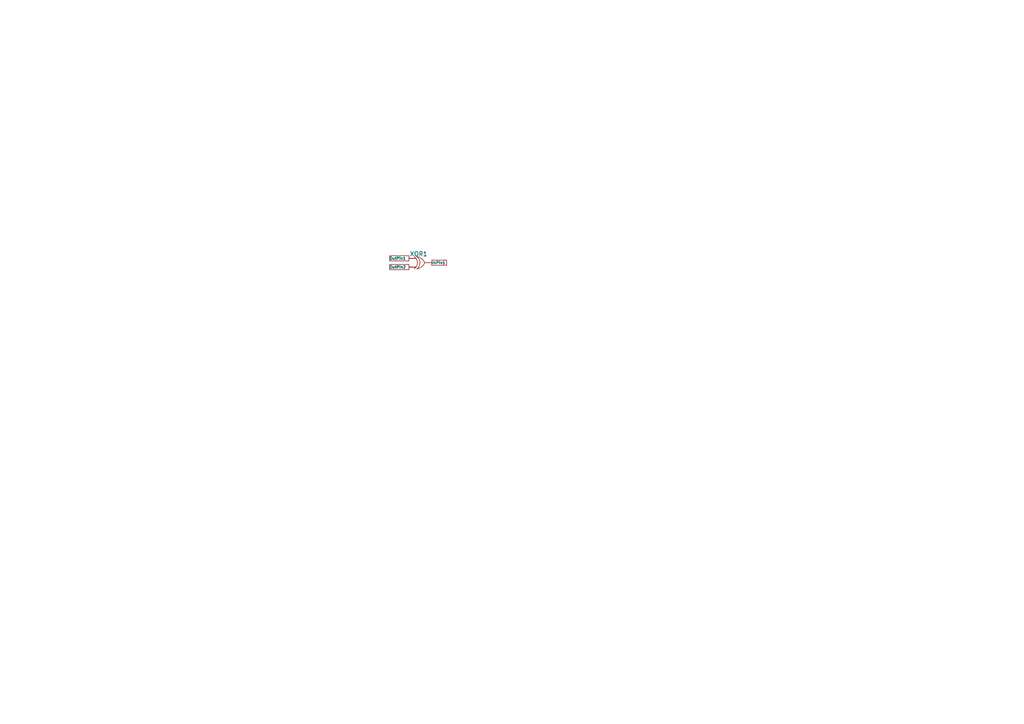
<source format=kicad_sch>
(kicad_sch (version 20230121) (generator eeschema)
  (paper "A4")
  (lib_symbols
    (symbol "Tests:InPin" (pin_numbers hide) (pin_names hide)
      (property "Reference" "InPin" (at 2.794 0 0))
      (symbol "InPin_0_1"
        (rectangle (start 0.762 0.762) (end 5.08 -0.762))
      )
      (symbol "InPin_1_1"
        (pin input line (at 0 0 0) (length 0.75) (name "In") (number "1"))
      )
    )
    (symbol "Tests:OutPin" (pin_numbers hide) (pin_names hide)
      (property "Reference" "OutPin" (at -4.064 0 0))
      (symbol "OutPin_0_1"
        (rectangle (start -6.35 0.762) (end -0.762 -0.762))
      )
      (symbol "OutPin_1_1"
        (pin output line (at 0 0 180) (length 0.75) (name "Out") (number "1"))
      )
    )
    (symbol "chip:XOR" (pin_numbers hide) (pin_names hide)
      (property "Reference" "XOR" (at -0.508 2.54 0))
      (symbol "XOR_0_1"
        (arc (start -1.778 -1.778) (mid -0.8697 0) (end -1.778 1.778))
        (arc (start -1.016 -1.778) (mid -0.1101 0) (end -1.016 1.778))
        (arc (start -1.016 -1.778) (mid 0.3483 -1.1735) (end 1.27 0))
        (arc (start 1.27 0) (mid 0.3476 1.1727) (end -1.016 1.778))
      )
      (symbol "XOR_1_1"
        (pin input line (at -2.54 1.27 0) (length 1.25) (name "IN0") (number "1"))
        (pin input line (at -2.54 -1.27 0) (length 1.25) (name "IN1") (number "2"))
        (pin output line (at 2.54 0 180) (length 1.25) (name "OUT") (number "3"))
      )
    )
  )
  (symbol (lib_id "chip:XOR") (at 121.92 76.2 0) (unit 1)
    (property "Reference" "XOR1" (at 121.412 73.66 0))
    (property "Value" "XOR" (effects hide))
  )
  (symbol (lib_id "Tests:InPin") (at 124.46 76.2 0) (unit 1)
    (property "Reference" "InPin1" (at 127.254 76.2 0) (effects (font (size 0.8 0.8))))
    (property "Value" "InPin" (effects hide))
  )
  (symbol (lib_id "Tests:OutPin") (at 119.38 74.93 0) (unit 1)
    (property "Reference" "OutPin1" (at 115.316 74.93 0) (effects (font (size 0.8 0.8))))
    (property "Value" "OutPin" (effects hide))
  )
  (symbol (lib_id "Tests:OutPin") (at 119.38 77.47 0) (unit 1)
    (property "Reference" "OutPin2" (at 115.316 77.47 0) (effects (font (size 0.8 0.8))))
    (property "Value" "OutPin" (effects hide))
  )
)
</source>
